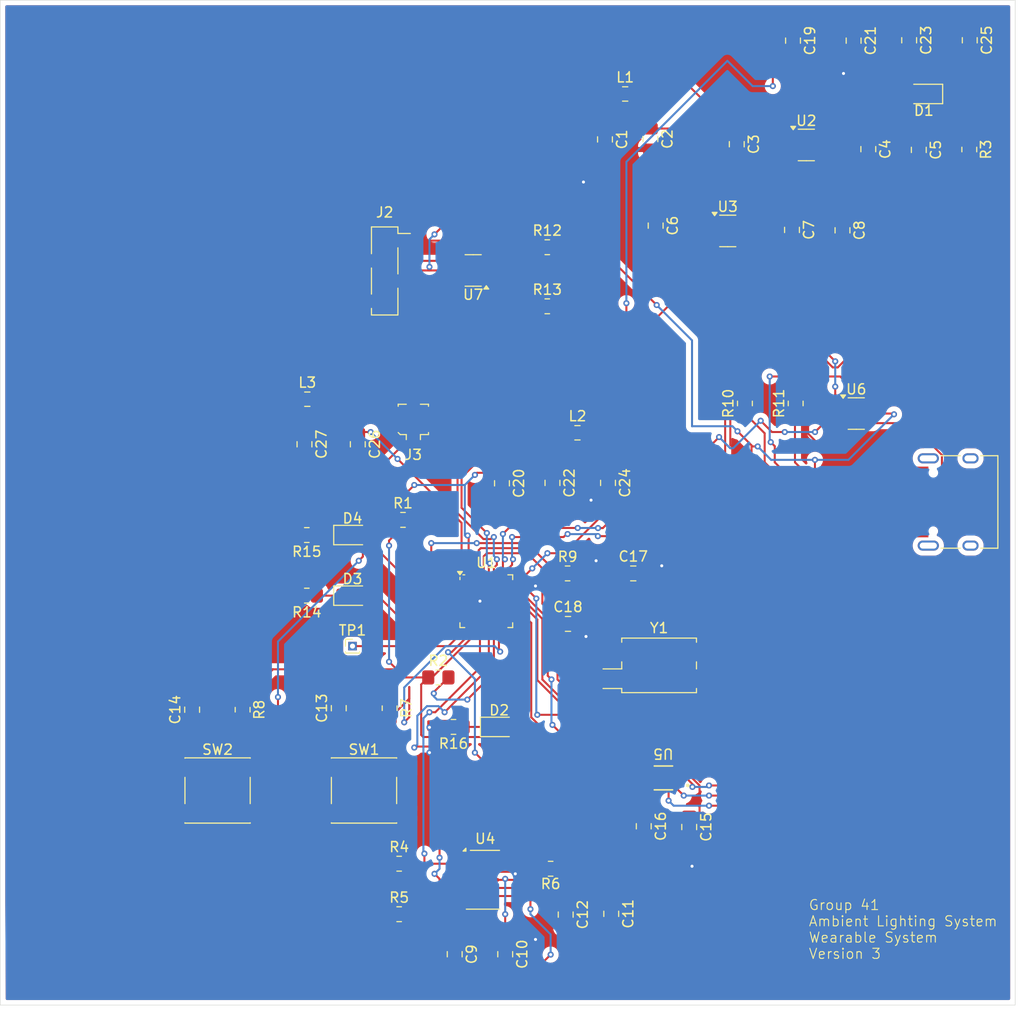
<source format=kicad_pcb>
(kicad_pcb (version 20240108) (generator "pcbnew") (generator_version "8.0")
  (layers (0 "F.Cu" signal) (31 "B.Cu" signal) (34 "B.Paste" user) (35 "F.Paste" user) (36 "B.SilkS" user "B.Silkscreen") (37 "F.SilkS" user "F.Silkscreen") (38 "B.Mask" user) (39 "F.Mask" user) (44 "Edge.Cuts" user))
  (net 0 "")
  (net 1 "GND")
  (net 2 "VBUS")
  (net 3 "/VDD_BUSF")
  (net 4 "Net-(U2-BP)")
  (net 5 "+3.3V")
  (net 6 "Net-(U3-BP)")
  (net 7 "+1V8")
  (net 8 "/BOOT")
  (net 9 "/CHIP_EN")
  (net 10 "/VDD_SPI")
  (net 11 "Net-(C17-Pad1)")
  (net 12 "/XTAL_N")
  (net 13 "/VDD_RF")
  (net 14 "/LNA_IN")
  (net 15 "Net-(J3-In)")
  (net 16 "Net-(D1-K)")
  (net 17 "/LED2")
  (net 18 "Net-(D2-K)")
  (net 19 "Net-(D3-K)")
  (net 20 "/LED1")
  (net 21 "Net-(D4-K)")
  (net 22 "Net-(J2-Pin_3)")
  (net 23 "Net-(J2-Pin_2)")
  (net 24 "Net-(U1-GPIO2)")
  (net 25 "Net-(U1-GPIO8)")
  (net 26 "/SCL")
  (net 27 "/SDA")
  (net 28 "/INT")
  (net 29 "/XTAL_P")
  (net 30 "Net-(J1-CC1)")
  (net 31 "Net-(J1-CC2)")
  (net 32 "/UART0_TX")
  (net 33 "Net-(R12-Pad1)")
  (net 34 "/UART0_RX")
  (net 35 "Net-(R13-Pad1)")
  (net 36 "/MTMS")
  (net 37 "/USB_D-")
  (net 39 "/SPI_HD")
  (net 40 "/SPI_D")
  (net 41 "/SPI_CS0")
  (net 42 "/SPI_CLK")
  (net 44 "/SPI_WP")
  (net 45 "/SPI_Q")
  (net 46 "/USB_D+")
  (net 53 "Net-(J1-D--PadA7)")
  (net 54 "Net-(J1-D+-PadA6)")
  (net 55 "Net-(Y1-Pad2)")
  (footprint "Capacitor_SMD:C_0805_2012Metric_Pad1.18x1.45mm_HandSolder" (layer "F.Cu") (at 43 89.75 90)
    (property "Reference" "C14")
    (property "Value" "100n")
  )
  (footprint "Capacitor_SMD:C_0805_2012Metric_Pad1.18x1.45mm_HandSolder" (layer "F.Cu") (at 69 113.9625 -90)
    (property "Reference" "C9")
    (property "Value" "100n")
  )
  (footprint "Capacitor_SMD:C_0805_2012Metric_Pad1.18x1.45mm_HandSolder" (layer "F.Cu") (at 88.89875 41.8175 -90)
    (property "Reference" "C6")
    (property "Value" "10u")
  )
  (footprint "Package_TO_SOT_SMD:SOT-23-5" (layer "F.Cu") (at 103.8175 33.83)
    (property "Reference" "U2")
    (property "Value" "SPX3819M5-L-3-3")
  )
  (footprint "Capacitor_SMD:C_0805_2012Metric_Pad1.18x1.45mm_HandSolder" (layer "F.Cu") (at 78.68 67.2925 -90)
    (property "Reference" "C22")
    (property "Value" "100n")
  )
  (footprint "Capacitor_SMD:C_0805_2012Metric_Pad1.18x1.45mm_HandSolder" (layer "F.Cu") (at 102.5 23.5 -90)
    (property "Reference" "C19")
    (property "Value" "10u")
  )
  (footprint "Resistor_SMD:R_0805_2012Metric_Pad1.20x1.40mm_HandSolder" (layer "F.Cu") (at 102.7625 59.425 90)
    (property "Reference" "R11")
    (property "Value" "5k1")
  )
  (footprint "LED_SMD:LED_0805_2012Metric_Pad1.15x1.40mm_HandSolder" (layer "F.Cu") (at 58.88 78.455)
    (property "Reference" "D3")
    (property "Value" "LED")
  )
  (footprint "Button_Switch_SMD:SW_SPST_PTS645" (layer "F.Cu") (at 45.52 97.75)
    (property "Reference" "SW2")
    (property "Value" "SW_Push")
  )
  (footprint "Crystal:Crystal_SMD_EuroQuartz_MQ-4Pin_7.0x5.0mm_HandSoldering" (layer "F.Cu") (at 89.24 85.36)
    (property "Reference" "Y1")
    (property "Value" "40Mhz")
  )
  (footprint "Capacitor_SMD:C_0805_2012Metric_Pad1.18x1.45mm_HandSolder" (layer "F.Cu") (at 84.5 109.9625 -90)
    (property "Reference" "C11")
    (property "Value" "1u")
  )
  (footprint "Capacitor_SMD:C_0805_2012Metric_Pad1.18x1.45mm_HandSolder" (layer "F.Cu") (at 59.405 63.4675 -90)
    (property "Reference" "C26")
    (property "Value" "3p3")
  )
  (footprint "Connector_Coaxial:U.FL_Molex_MCRF_73412-0110_Vertical" (layer "F.Cu") (at 64.905 61.005)
    (property "Reference" "J3")
    (property "Value" "Conn_Coaxial")
  )
  (footprint "OptoDevice:Maxim_OLGA-14_3.3x5.6mm_P0.8mm" (layer "F.Cu") (at 71.8 106.6)
    (property "Reference" "U4")
    (property "Value" "MAX30102")
  )
  (footprint "Capacitor_SMD:C_0805_2012Metric_Pad1.18x1.45mm_HandSolder" (layer "F.Cu") (at 57.52 89.6 90)
    (property "Reference" "C13")
    (property "Value" "100n")
  )
  (footprint "Resistor_SMD:R_0805_2012Metric_Pad1.20x1.40mm_HandSolder" (layer "F.Cu") (at 63.5 105)
    (property "Reference" "R4")
    (property "Value" "1k5")
  )
  (footprint "Resistor_SMD:R_0805_2012Metric_Pad1.20x1.40mm_HandSolder" (layer "F.Cu") (at 119.955 34.28 -90)
    (property "Reference" "R3")
    (property "Value" "1k")
  )
  (footprint "Package_TO_SOT_SMD:SOT-23-5" (layer "F.Cu") (at 96.03625 42.3425)
    (property "Reference" "U3")
    (property "Value" "SPX3819M5-L-1-8")
  )
  (footprint "Capacitor_SMD:C_0805_2012Metric_Pad1.18x1.45mm_HandSolder" (layer "F.Cu") (at 74 113.9625 -90)
    (property "Reference" "C10")
    (property "Value" "10u")
  )
  (footprint "Capacitor_SMD:C_0805_2012Metric_Pad1.18x1.45mm_HandSolder" (layer "F.Cu") (at 114.955 34.3175 -90)
    (property "Reference" "C5")
    (property "Value" "10u")
  )
  (footprint "Inductor_SMD:L_0805_2012Metric_Pad1.15x1.40mm_HandSolder" (layer "F.Cu") (at 85.88 28.78)
    (property "Reference" "L1")
    (property "Value" "2n2")
  )
  (footprint "LED_SMD:LED_0805_2012Metric_Pad1.15x1.40mm_HandSolder" (layer "F.Cu") (at 58.88 72.455)
    (property "Reference" "D4")
    (property "Value" "LED")
  )
  (footprint "Resistor_SMD:R_0805_2012Metric_Pad1.20x1.40mm_HandSolder" (layer "F.Cu") (at 54.355 72.455 180)
    (property "Reference" "R15")
    (property "Value" "1k")
  )
  (footprint "Capacitor_SMD:C_0805_2012Metric_Pad1.18x1.45mm_HandSolder" (layer "F.Cu") (at 96.93 33.755 -90)
    (property "Reference" "C3")
    (property "Value" "10u")
  )
  (footprint "Capacitor_SMD:C_0805_2012Metric_Pad1.18x1.45mm_HandSolder" (layer "F.Cu") (at 107.39875 42.28 -90)
    (property "Reference" "C8")
    (property "Value" "10u")
  )
  (footprint "Capacitor_SMD:C_0805_2012Metric_Pad1.18x1.45mm_HandSolder" (layer "F.Cu") (at 84.18 67.2925 -90)
    (property "Reference" "C24")
    (property "Value" "1u")
  )
  (footprint "Capacitor_SMD:C_0805_2012Metric_Pad1.18x1.45mm_HandSolder" (layer "F.Cu") (at 80.2175 81.255)
    (property "Reference" "C18")
    (property "Value" "10p")
  )
  (footprint "Resistor_SMD:R_0805_2012Metric_Pad1.20x1.40mm_HandSolder" (layer "F.Cu") (at 62.5575 89.6 -90)
    (property "Reference" "R7")
    (property "Value" "5k1")
  )
  (footprint "Capacitor_SMD:C_0805_2012Metric_Pad1.18x1.45mm_HandSolder" (layer "F.Cu") (at 86.68 76.255)
    (property "Reference" "C17")
    (property "Value" "10p")
  )
  (footprint "2M Flash:USON-8_UX_2x3x0p6_WIN" (layer "F.Cu") (at 89.6678 96.505001 180)
    (property "Reference" "U5")
    (property "Value" "W25Q16JVUXIQ TR")
  )
  (footprint "Capacitor_SMD:C_0805_2012Metric_Pad1.18x1.45mm_HandSolder" (layer "F.Cu") (at 92.22 101.3675 -90)
    (property "Reference" "C15")
    (property "Value" "10u")
  )
  (footprint "LED_SMD:LED_0805_2012Metric_Pad1.15x1.40mm_HandSolder" (layer "F.Cu") (at 73.405 91.455)
    (property "Reference" "D2")
    (property "Value" "LED")
  )
  (footprint "Resistor_SMD:R_0805_2012Metric_Pad1.20x1.40mm_HandSolder" (layer "F.Cu") (at 97.7375 59.425 90)
    (property "Reference" "R10")
    (property "Value" "5k1")
  )
  (footprint "Capacitor_SMD:C_0805_2012Metric_Pad1.18x1.45mm_HandSolder" (layer "F.Cu") (at 54.125 63.4675 -90)
    (property "Reference" "C27")
    (property "Value" "3p3")
  )
  (footprint "Package_TO_SOT_SMD:SOT-23-6" (layer "F.Cu") (at 70.83 46.255 180)
    (property "Reference" "U7")
    (property "Value" "USBLC6-2SC6")
  )
  (footprint "Resistor_SMD:R_0805_2012Metric_Pad1.20x1.40mm_HandSolder" (layer "F.Cu") (at 68.88 91.455 180)
    (property "Reference" "R16")
    (property "Value" "1k")
  )
  (footprint "Inductor_SMD:L_0805_2012Metric_Pad1.15x1.40mm_HandSolder" (layer "F.Cu") (at 54.405 59.005)
    (property "Reference" "L3")
    (property "Value" "2n2")
  )
  (footprint "Capacitor_SMD:C_0805_2012Metric_Pad1.18x1.45mm_HandSolder" (layer "F.Cu") (at 102.39875 42.2425 -90)
    (property "Reference" "C7")
    (property "Value" "100n")
  )
  (footprint "Capacitor_SMD:C_0805_2012Metric_Pad1.18x1.45mm_HandSolder" (layer "F.Cu") (at 79.99 110.0375 -90)
    (property "Reference" "C12")
    (property "Value" "100n")
  )
  (footprint "Capacitor_SMD:C_0805_2012Metric_Pad1.18x1.45mm_HandSolder" (layer "F.Cu") (at 109.955 34.2425 -90)
    (property "Reference" "C4")
    (property "Value" "100n")
  )
  (footprint "Capacitor_SMD:C_0805_2012Metric_Pad1.18x1.45mm_HandSolder" (layer "F.Cu") (at 73.68 67.33 -90)
    (property "Reference" "C20")
    (property "Value" "10u")
  )
  (footprint "Button_Switch_SMD:SW_SPST_PTS645" (layer "F.Cu") (at 60.02 97.75)
    (property "Reference" "SW1")
    (property "Value" "SW_Push")
  )
  (footprint "Connector_PinHeader_1.00mm:PinHeader_1x01_P1.00mm_Vertical" (layer "F.Cu") (at 58.88 83.455)
    (property "Reference" "TP1")
    (property "Value" "TestPoint")
  )
  (footprint "Capacitor_SMD:C_0805_2012Metric_Pad1.18x1.45mm_HandSolder" (layer "F.Cu") (at 88.38 33.2425 -90)
    (property "Reference" "C2")
    (property "Value" "100n")
  )
  (footprint "Package_DFN_QFN:QFN-32-1EP_5x5mm_P0.5mm_EP3.7x3.7mm" (layer "F.Cu") (at 72.13 79.005)
    (property "Reference" "U1")
    (property "Value" "ESP32-C3")
  )
  (footprint "Resistor_SMD:R_0805_2012Metric_Pad1.20x1.40mm_HandSolder" (layer "F.Cu") (at 78.5 105.5 180)
    (property "Reference" "R6")
    (property "Value" "1k5")
  )
  (footprint "Resistor_SMD:R_0805_2012Metric_Pad1.20x1.40mm_HandSolder" (layer "F.Cu") (at 80.18 76.255)
    (property "Reference" "R9")
    (property "Value" "22R")
  )
  (footprint "Package_TO_SOT_SMD:SOT-23-6" (layer "F.Cu") (at 108.7625 60.425)
    (property "Reference" "U6")
    (property "Value" "USBLC6-2SC6")
  )
  (footprint "Capacitor_SMD:C_0805_2012Metric_Pad1.18x1.45mm_HandSolder" (layer "F.Cu") (at 83.88 33.28 -90)
    (property "Reference" "C1")
    (property "Value" "100n")
  )
  (footprint "Capacitor_SMD:C_0805_2012Metric_Pad1.18x1.45mm_HandSolder" (layer "F.Cu") (at 120 23.4625 -90)
    (property "Reference" "C25")
    (property "Value" "100n")
  )
  (footprint "Capacitor_SMD:C_0805_2012Metric_Pad1.18x1.45mm_HandSolder" (layer "F.Cu") (at 87.72 101.2925 -90)
    (property "Reference" "C16")
    (property "Value" "100n")
  )
  (footprint "Resistor_SMD:R_0805_2012Metric_Pad1.20x1.40mm_HandSolder" (layer "F.Cu") (at 63.5 110)
    (property "Reference" "R5")
    (property "Value" "1k5")
  )
  (footprint "Resistor_SMD:R_0805_2012Metric_Pad1.20x1.40mm_HandSolder" (layer "F.Cu") (at 78.1675 43.955)
    (property "Reference" "R12")
    (property "Value" "470R")
  )
  (footprint "Inductor_SMD:L_0805_2012Metric_Pad1.15x1.40mm_HandSolder" (layer "F.Cu") (at 81.155 62.33)
    (property "Reference" "L2")
    (property "Value" "2n")
  )
  (footprint "Capacitor_SMD:C_0805_2012Metric_Pad1.18x1.45mm_HandSolder" (layer "F.Cu") (at 108.5 23.5 -90)
    (property "Reference" "C21")
    (property "Value" "100n")
  )
  (footprint "Connector_PinSocket_2.00mm:PinSocket_1x04_P2.00mm_Vertical_SMD_Pin1Right" (layer "F.Cu") (at 62.0675 46.305)
    (property "Reference" "J2")
    (property "Value" "Conn_01x04_Pin")
  )
  (footprint "LED_SMD:LED_0805_2012Metric_Pad1.15x1.40mm_HandSolder" (layer "F.Cu") (at 115.455 28.78 180)
    (property "Reference" "D1")
    (property "Value" "LED")
  )
  (footprint "Resistor_SMD:R_0805_2012Metric_Pad1.20x1.40mm_HandSolder" (layer "F.Cu") (at 48 89.75 -90)
    (property "Reference" "R8")
    (property "Value" "5k1")
  )
  (footprint "Capacitor_SMD:C_0805_2012Metric_Pad1.18x1.45mm_HandSolder" (layer "F.Cu") (at 114 23.4625 -90)
    (property "Reference" "C23")
    (property "Value" "100n")
  )
  (footprint "Resistor_SMD:R_0805_2012Metric_Pad1.20x1.40mm_HandSolder" (layer "F.Cu") (at 54.355 78.455 180)
    (property "Reference" "R14")
    (property "Value" "1k")
  )
  (footprint "Connector_USB:USB_C_Receptacle_XKB_U262-16XN-4BVC11" (layer "F.Cu") (at 119 69.18 90)
    (property "Reference" "J1" (hide yes))
    (property "Value" "USB_C_Receptacle_USB2.0_16P")
  )
  (footprint "Resistor_SMD:R_0805_2012Metric_Pad1.20x1.40mm_HandSolder" (layer "F.Cu") (at 67.38 86.555)
    (property "Reference" "R2")
    (property "Value" "5k1")
  )
  (footprint "Resistor_SMD:R_0805_2012Metric_Pad1.20x1.40mm_HandSolder" (layer "F.Cu") (at 63.88 70.955)
    (property "Reference" "R1")
    (property "Value" "5k1")
  )
  (footprint "Resistor_SMD:R_0805_2012Metric_Pad1.20x1.40mm_HandSolder" (layer "F.Cu") (at 78.1675 49.805)
    (property "Reference" "R13")
    (property "Value" "470R")
  )
  (gr_rect (start 24 19.5) (end 124.5 119) (stroke (width 0.05)) (fill none) (layer "Edge.Cuts"))
  (gr_text "Group 41\nAmbient Lighting System\nWearable System\nVersion 3" (at 104 114.5 0) (layer "F.SilkS") (effects (font (size 1 1) (thickness 0.1)) (justify left bottom)))
  (segment (start 102.5 24.5375) (end 105.2875 24.5375) (width 0.2) (layer "F.Cu") (net 1))
  (segment (start 92.22 102.405) (end 93.245 101.38) (width 0.2) (layer "F.Cu") (net 1))
  (segment (start 52.8075 96.5) (end 52.8075 96.7675) (width 0.2) (layer "F.Cu") (net 1))
  (segment (start 107.406471 65.83) (end 103.9925 62.416029) (width 0.2) (layer "F.Cu") (net 1))
  (segment (start 96.291129 63.528629) (end 97.47125 64.70875) (width 0.2) (layer "F.Cu") (net 1))
  (segment (start 102.5375 24.5375) (end 108.5 24.5375) (width 0.2) (layer "F.Cu") (net 1))
  (segment (start 96.291129 59.871371) (end 96.291129 63.528629) (width 0.2) (layer "F.Cu") (net 1))
  (segment (start 52.8075 90.6) (end 52.8075 96.5) (width 0.2) (layer "F.Cu") (net 1))
  (segment (start 78.68 68.33) (end 84.18 68.33) (width 0.2) (layer "F.Cu") (net 1))
  (segment (start 66.5 91.5) (end 67.835 91.5) (width 0.2) (layer "F.Cu") (net 1))
  (segment (start 97.8925 33.83) (end 102.68 33.83) (width 0.2) (layer "F.Cu") (net 1))
  (segment (start 104.7625 60.425) (end 104.6425 60.305) (width 0.2) (layer "F.Cu") (net 1))
  (segment (start 103.9925 62.416029) (end 103.9925 60.955) (width 0.2) (layer "F.Cu") (net 1))
  (segment (start 79.99 111.075) (end 84.425 111.075) (width 0.2) (layer "F.Cu") (net 1))
  (segment (start 57.52 88.5625) (end 54.845 88.5625) (width 0.2) (layer "F.Cu") (net 1))
  (segment (start 38.5 91.5) (end 38.5 96.96) (width 0.2) (layer "F.Cu") (net 1))
  (segment (start 91.1156 95.755) (end 90.417801 95.755) (width 0.2) (layer "F.Cu") (net 1))
  (segment (start 108.5 24.5375) (end 113.9625 24.5375) (width 0.2) (layer "F.Cu") (net 1))
  (segment (start 115.33 65.83) (end 107.406471 65.83) (width 0.2) (layer "F.Cu") (net 1))
  (segment (start 64 100) (end 66.5 97.5) (width 0.2) (layer "F.Cu") (net 1))
  (segment (start 107.625 60.425) (end 104.7625 60.425) (width 0.2) (layer "F.Cu") (net 1))
  (segment (start 71.005 45.645552) (end 71.614448 46.255) (width 0.2) (layer "F.Cu") (net 1))
  (segment (start 93.245 101.38) (end 93.245 97.251001) (width 0.2) (layer "F.Cu") (net 1))
  (segment (start 69 115) (end 74 115) (width 0.2) (layer "F.Cu") (net 1))
  (segment (start 114 24.5) (end 120 24.5) (width 0.2) (layer "F.Cu") (net 1))
  (segment (start 93.245 97.251001) (end 91.748999 95.755) (width 0.2) (layer "F.Cu") (net 1))
  (segment (start 52.8075 96.7675) (end 56.04 100) (width 0.2) (layer "F.Cu") (net 1))
  (segment (start 97.47125 64.899435) (end 104.801815 72.23) (width 0.2) (layer "F.Cu") (net 1))
  (segment (start 63.43 61.005) (end 64.905 59.53) (width 0.2) (layer "F.Cu") (net 1))
  (segment (start 74.5 115) (end 78.425 111.075) (width 0.2) (layer "F.Cu") (net 1))
  (segment (start 67.975 108.025) (end 69.4 106.6) (width 0.2) (layer "F.Cu") (net 1))
  (segment (start 97.47125 64.70875) (end 97.47125 64.899435) (width 0.2) (layer "F.Cu") (net 1))
  (segment (start 90.417801 95.755) (end 89.6678 96.505001) (width 0.2) (layer "F.Cu") (net 1))
  (segment (start 56.04 100) (end 64 100) (width 0.2) (layer "F.Cu") (net 1))
  (segment (start 66.5 97.5) (end 66.5 94) (width 0.2) (layer "F.Cu") (net 1))
  (segment (start 54.845 88.5625) (end 52.8075 90.6) (width 0.2) (layer "F.Cu") (net 1))
  (segment (start 102.7625 58.425) (end 97.7375 58.425) (width 0.2) (layer "F.Cu") (net 1))
  (segment (start 105.2875 24.5375) (end 107.5 26.75) (width 0.2) (layer "F.Cu") (net 1))
  (segment (start 67.975 113.975) (end 67.975 108.025) (width 0.2) (layer "F.Cu") (net 1))
  (segment (start 91.748999 95.755) (end 91.1156 95.755) (width 0.2) (layer "F.Cu") (net 1))
  (segment (start 96.93 34.7925) (end 97.8925 33.83) (width 0.2) (layer "F.Cu") (net 1))
  (segment (start 69.4 106.6) (end 70.6 106.6) (width 0.2) (layer "F.Cu") (net 1))
  (segment (start 43 88.7125) (end 41.2875 88.7125) (width 0.2) (layer "F.Cu") (net 1))
  (segment (start 73 105.8) (end 74.8 105.8) (width 0.2) (layer "F.Cu") (net 1))
  (segment (start 104.801815 72.23) (end 115.33 72.23) (width 0.2) (layer "F.Cu") (net 1))
  (segment (start 104.6425 60.305) (end 103.9925 60.955) (width 0.2) (layer "F.Cu") (net 1))
  (segment (start 41.2875 88.7125) (end 38.5 91.5) (width 0.2) (layer "F.Cu") (net 1))
  (segment (start 59.93 64.505) (end 63.43 61.005) (width 0.2) (layer "F.Cu") (net 1))
  (segment (start 38.5 96.96) (end 41.54 100) (width 0.2) (layer "F.Cu") (net 1))
  (segment (start 69.345552 43.305) (end 71.005 44.964448) (width 0.2) (layer "F.Cu") (net 1))
  (segment (start 49.5 99.8075) (end 52.8075 96.5) (width 0.2) (layer "F.Cu") (net 1))
  (segment (start 41.54 100) (end 49.5 100) (width 0.2) (layer "F.Cu") (net 1))
  (segment (start 66.405 61.005) (end 64.905 59.505) (width 0.2) (layer "F.Cu") (net 1))
  (segment (start 54.125 64.505) (end 59.405 64.505) (width 0.2) (layer "F.Cu") (net 1))
  (segment (start 73.68 68.3675) (end 78.6425 68.3675) (width 0.2) (layer "F.Cu") (net 1))
  (segment (start 92.22 102.405) (end 87.795 102.405) (width 0.2) (layer "F.Cu") (net 1))
  (segment (start 69 115) (end 67.975 113.975) (width 0.2) (layer "F.Cu") (net 1))
  (segment (start 88.38 34.28) (end 83.9175 34.28) (width 0.2) (layer "F.Cu") (net 1))
  (segment (start 104.6425 60.305) (end 102.7625 58.425) (width 0.2) (layer "F.Cu") (net 1))
  (segment (start 97.7375 58.425) (end 96.291129 59.871371) (width 0.2) (layer "F.Cu") (net 1))
  (segment (start 74.8 105.8) (end 75 106) (width 0.2) (layer "F.Cu") (net 1))
  (segment (start 71.005 44.964448) (end 71.005 45.645552) (width 0.2) (layer "F.Cu") (net 1))
  (segment (start 97.47125 64.70875) (end 97.5925 64.83) (width 0.2) (layer "F.Cu") (net 1))
  (segment (start 63.6675 43.305) (end 69.345552 43.305) (width 0.2) (layer "F.Cu") (net 1))
  (segment (start 78.425 111.075) (end 79.99 111.075) (width 0.2) (layer "F.Cu") (net 1))
  (via (at 107.5 26.75) (size 0.6) (drill 0.3) (layers "F.Cu" "B.Cu") (net 1))
  (via (at 89.5 75.5) (size 0.6) (drill 0.3) (layers "F.Cu" "B.Cu") (net 1))
  (via (at 81.75 37.5) (size 0.6) (drill 0.3) (layers "F.Cu" "B.Cu") (net 1))
  (via (at 75 106) (size 0.6) (drill 0.3) (layers "F.Cu" "B.Cu") (net 1))
  (via (at 66.5 91.5) (size 0.6) (drill 0.3) (layers "F.Cu" "B.Cu") (net 1))
  (via (at 71.5 79) (size 0.6) (drill 0.3) (layers "F.Cu" "B.Cu") (net 1))
  (via (at 66.5 94) (size 0.6) (drill 0.3) (layers "F.Cu" "B.Cu") (net 1))
  (via (at 82 82.5) (size 0.6) (drill 0.3) (layers "F.Cu" "B.Cu") (net 1))
  (via (at 77 112.5) (size 0.6) (drill 0.3) (layers "F.Cu" "B.Cu") (net 1))
  (via (at 77 77.5) (size 0.6) (drill 0.3) (layers "F.Cu" "B.Cu") (net 1))
  (via (at 82.5 69) (size 0.6) (drill 0.3) (layers "F.Cu" "B.Cu") (net 1))
  (via (at 83 75) (size 0.6) (drill 0.3) (layers "F.Cu" "B.Cu") (net 1))
  (via (at 92.5 105.25) (size 0.6) (drill 0.3) (layers "F.Cu" "B.Cu") (net 1))
  (segment (start 75 110.5) (end 77 112.5) (width 0.2) (layer "B.Cu") (net 1))
  (segment (start 66.5 94) (end 66.5 91.5) (width 0.2) (layer "B.Cu") (net 1))
  (segment (start 75 106) (end 75 110.5) (width 0.2) (layer "B.Cu") (net 1))
  (segment (start 114.115686 66.63) (end 113.532843 67.212843) (width 0.2) (layer "F.Cu") (net 2))
  (segment (start 115.33 66.63) (end 114.115686 66.63) (width 0.2) (layer "F.Cu") (net 2))
  (segment (start 76 37.5) (end 76.82 37.5) (width 0.2) (layer "F.Cu") (net 2))
  (segment (start 98.3925 65.18) (end 104.9425 71.73) (width 0.2) (layer "F.Cu") (net 2))
  (segment (start 83.88 29.755) (end 84.855 28.78) (width 0.2) (layer "F.Cu") (net 2))
  (segment (start 76.82 37.5) (end 89 49.68) (width 0.2) (layer "F.Cu") (net 2))
  (segment (start 112.425 60.425) (end 112.5 60.5) (width 0.2) (layer "F.Cu") (net 2))
  (segment (start 104.670515 66.4987) (end 104.670515 65.009485) (width 0.2) (layer "F.Cu") (net 2))
  (segment (start 82.855 30.78) (end 82.72 30.78) (width 0.2) (layer "F.Cu") (net 2))
  (segment (start 113.532843 67.212843) (end 105.384658 67.212843) (width 0.2) (layer "F.Cu") (net 2))
  (segment (start 83.88 32.2425) (end 83.88 29.755) (width 0.2) (layer "F.Cu") (net 2))
  (segment (start 105.384658 67.212843) (end 104.670515 66.4987) (width 0.2) (layer "F.Cu") (net 2))
  (segment (start 98.3925 63.68) (end 98.3925 63.5725) (width 0.2) (layer "F.Cu") (net 2))
  (segment (start 104.9425 71.73) (end 115.33 71.73) (width 0.2) (layer "F.Cu") (net 2))
  (segment (start 109.9 60.425) (end 112.425 60.425) (width 0.2) (layer "F.Cu") (net 2))
  (segment (start 98.3925 63.68) (end 99 63.68) (width 0.2) (layer "F.Cu") (net 2))
  (segment (start 98.3925 63.5725) (end 97 62.18) (width 0.2) (layer "F.Cu") (net 2))
  (segment (start 98.3925 65.18) (end 98.3925 63.68) (width 0.2) (layer "F.Cu") (net 2))
  (segment (start 82.72 30.78) (end 76 37.5) (width 0.2) (layer "F.Cu") (net 2))
  (segment (start 84.855 28.78) (end 82.855 30.78) (width 0.2) (layer "F.Cu") (net 2))
  (via (at 97 62.18) (size 0.6) (drill 0.3) (layers "F.Cu" "B.Cu") (net 2))
  (via (at 112.5 60.5) (size 0.6) (drill 0.3) (layers "F.Cu" "B.Cu") (net 2))
  (via (at 99 63.68) (size 0.6) (drill 0.3) (layers "F.Cu" "B.Cu") (net 2))
  (via (at 104.670515 65.009485) (size 0.6) (drill 0.3) (layers "F.Cu" "B.Cu") (net 2))
  (via (at 89 49.68) (size 0.6) (drill 0.3) (layers "F.Cu" "B.Cu") (net 2))
  (segment (start 112.5 60.5) (end 107.990515 65.009485) (width 0.2) (layer "B.Cu") (net 2))
  (segment (start 99 63.68) (end 100.329485 65.009485) (width 0.2) (layer "B.Cu") (net 2))
  (segment (start 100.329485 65.009485) (end 104.670515 65.009485) (width 0.2) (layer "B.Cu") (net 2))
  (segment (start 89 49.68) (end 92.5 53.18) (width 0.2) (layer "B.Cu") (net 2))
  (segment (start 96.5 61.68) (end 97 62.18) (width 0.2) (layer "B.Cu") (net 2))
  (segment (start 92.5 61.68) (end 96.5 61.68) (width 0.2) (layer "B.Cu") (net 2))
  (segment (start 107.990515 65.009485) (end 104.670515 65.009485) (width 0.2) (layer "B.Cu") (net 2))
  (segment (start 92.5 53.18) (end 92.5 61.68) (width 0.2) (layer "B.Cu") (net 2))
  (segment (start 103.48 32.88) (end 102.68 32.88) (width 0.2) (layer "F.Cu") (net 3))
  (segment (start 96.93 32.7175) (end 102.5175 32.7175) (width 0.2) (layer "F.Cu") (net 3))
  (segment (start 103.88 33.28) (end 103.48 32.88) (width 0.2) (layer "F.Cu") (net 3))
  (segment (start 62.6675 46.255) (end 66.5 46.255) (width 0.2) (layer "F.Cu") (net 3))
  (segment (start 88.38 30.255) (end 86.905 28.78) (width 0.2) (layer "F.Cu") (net 3))
  (segment (start 66.5 46.255) (end 69.6925 46.255) (width 0.2) (layer "F.Cu") (net 3))
  (segment (start 60.4675 48.455) (end 62.6675 46.255) (width 0.2) (layer "F.Cu") (net 3))
  (segment (start 95.86125 41.692501) (end 95.561249 41.3925) (width 0.2) (layer "F.Cu") (net 3))
  (segment (start 66.5 45.905) (end 66.5 46.255) (width 0.2) (layer "F.Cu") (net 3))
  (segment (start 92.305 32.205) (end 92.88 32.78) (width 0.2) (layer "F.Cu") (net 3))
  (segment (start 103.88 34.242499) (end 103.88 33.28) (width 0.2) (layer "F.Cu") (net 3))
  (segment (start 94.28625 40.78) (end 94.89875 41.3925) (width 0.2) (layer "F.Cu") (net 3))
  (segment (start 95.561249 41.3925) (end 94.89875 41.3925) (width 0.2) (layer "F.Cu") (net 3))
  (segment (start 93.38 32.78) (end 93.4425 32.7175) (width 0.2) (layer "F.Cu") (net 3))
  (segment (start 88.89875 40.78) (end 88.89875 36.76125) (width 0.2) (layer "F.Cu") (net 3))
  (segment (start 60.4675 49.305) (end 60.4675 48.455) (width 0.2) (layer "F.Cu") (net 3))
  (segment (start 95.86125 42.992499) (end 95.86125 41.692501) (width 0.2) (layer "F.Cu") (net 3))
  (segment (start 88.38 32.205) (end 88.38 30.255) (width 0.2) (layer "F.Cu") (net 3))
  (segment (start 102.68 34.78) (end 103.342499 34.78) (width 0.2) (layer "F.Cu") (net 3))
  (segment (start 94.89875 43.2925) (end 95.561249 43.2925) (width 0.2) (layer "F.Cu") (net 3))
  (segment (start 93.4425 32.7175) (end 96.93 32.7175) (width 0.2) (layer "F.Cu") (net 3))
  (segment (start 103.342499 34.78) (end 103.88 34.242499) (width 0.2) (layer "F.Cu") (net 3))
  (segment (start 88.38 32.205) (end 92.305 32.205) (width 0.2) (layer "F.Cu") (net 3))
  (segment (start 92.88 32.78) (end 93.38 32.78) (width 0.2) (layer "F.Cu") (net 3))
  (segment (start 88.89875 40.78) (end 94.28625 40.78) (width 0.2) (layer "F.Cu") (net 3))
  (segment (start 81.9 27.78) (end 67 42.68) (width 0.2) (layer "F.Cu") (net 3))
  (segment (start 95.561249 43.2925) (end 95.86125 42.992499) (width 0.2) (layer "F.Cu") (net 3))
  (segment (start 91.9925 27.78) (end 81.9 27.78) (width 0.2) (layer "F.Cu") (net 3))
  (segment (start 88.89875 36.76125) (end 92.88 32.78) (width 0.2) (layer "F.Cu") (net 3))
  (segment (start 96.93 32.7175) (end 91.9925 27.78) (width 0.2) (layer "F.Cu") (net 3))
  (via (at 67 42.68) (size 0.6) (drill 0.3) (layers "F.Cu" "B.Cu") (net 3))
  (via (at 66.5 45.905) (size 0.6) (drill 0.3) (layers "F.Cu" "B.Cu") (net 3))
  (segment (start 66.5 43.18) (end 66.5 45.905) (width 0.2) (layer "B.Cu") (net 3))
  (segment (start 67 42.68) (end 66.5 43.18) (width 0.2) (layer "B.Cu") (net 3))
  (segment (start 109.955 33.205) (end 106.53 33.205) (width 0.2) (layer "F.Cu") (net 4))
  (segment (start 106.53 33.205) (end 104.955 34.78) (width 0.2) (layer "F.Cu") (net 4))
  (segment (start 75.305 81.48) (end 75.305 92.139744) (width 0.2) (layer "F.Cu") (net 5))
  (segment (start 79.99 109) (end 84.425 109) (width 0.2) (layer "F.Cu") (net 5))
  (segment (start 76.1675 66.2925) (end 78.68 63.78) (width 0.2) (layer "F.Cu") (net 5))
  (segment (start 62.5575 86.4425) (end 63.25 85.75) (width 0.2) (layer "F.Cu") (net 5))
  (segment (start 48 88.75) (end 51 85.75) (width 0.2) (layer "F.Cu") (net 5))
  (segment (start 76.5 108.7) (end 77 108.2) (width 0.2) (layer "F.Cu") (net 5))
  (segment (start 70.28 72.5) (end 70.38 72.6) (width 0.2) (layer "F.Cu") (net 5))
  (segment (start 108.5 22.4625) (end 113.9625 22.4625) (width 0.2) (layer "F.Cu") (net 5))
  (segment (start 62.5 110.5) (end 67.8875 115.8875) (width 0.2) (layer "F.Cu") (net 5))
  (segment (start 73.68 66.2925) (end 76.1675 66.2925) (width 0.2) (layer "F.Cu") (net 5))
  (segment (start 79.99 108.99) (end 79.5 108.5) (width 0.2) (layer "F.Cu") (net 5))
  (segment (start 37.5 97.985) (end 37.5 91.934314) (width 0.2) (layer "F.Cu") (net 5))
  (segment (start 78.68 63.78) (end 80.13 62.33) (width 0.2) (layer "F.Cu") (net 5))
  (segment (start 97.5 24) (end 100.5 27) (width 0.2) (layer "F.Cu") (net 5))
  (segment (start 102.5 22.4625) (end 99.0375 22.4625) (width 0.2) (layer "F.Cu") (net 5))
  (segment (start 71.2075 66.2925) (end 73.68 66.2925) (width 0.2) (layer "F.Cu") (net 5))
  (segment (start 65.68 87.255) (end 66.38 86.555) (width 0.2) (layer "F.Cu") (net 5))
  (segment (start 65.88 92.455) (end 65.68 92.255) (width 0.2) (layer "F.Cu") (net 5))
  (segment (start 70.38 72.6) (end 70.38 75) (width 0.2) (layer "F.Cu") (net 5))
  (segment (start 86 56.46) (end 86 49.5) (width 0.2) (layer "F.Cu") (net 5))
  (segment (start 121.025 23.45) (end 120 22.425) (width 0.2) (layer "F.Cu") (net 5))
  (segment (start 43.684314 85.75) (end 51 85.75) (width 0.2) (layer "F.Cu") (net 5))
  (segment (start 62.5 73) (end 62.88 72.62) (width 0.2) (layer "F.Cu") (net 5))
  (segment (start 121.025 25.072244) (end 121.025 23.45) (width 0.2) (layer "F.Cu") (net 5))
  (segment (start 71.38 81.935072) (end 66.760072 86.555) (width 0.2) (layer "F.Cu") (net 5))
  (segment (start 114.43 28.78) (end 114.43 31.18) (width 0.2) (layer "F.Cu") (net 5))
  (segment (start 79.19 108.2) (end 79.99 109) (width 0.2) (layer "F.Cu") (net 5))
  (segment (start 62.5 110) (end 62.5 109) (width 0.2) (layer "F.Cu") (net 5))
  (segment (start 66.694386 86.555) (end 64.055 86.555) (width 0.2) (layer "F.Cu") (net 5))
  (segment (start 70.88 75.5) (end 70.38 75) (width 0.2) (layer "F.Cu") (net 5))
  (segment (start 70.88 76.555) (end 70.88 75.5) (width 0.2) (layer "F.Cu") (net 5))
  (segment (start 58.5 105) (end 44.515 105) (width 0.2) (layer "F.Cu") (net 5))
  (segment (start 62.5575 88.6) (end 62.5575 86.4425) (width 0.2) (layer "F.Cu") (net 5))
  (segment (start 77 108.2) (end 79.19 108.2) (width 0.2) (layer "F.Cu") (net 5))
  (segment (start 76.5 109.5) (end 76.5 108.7) (width 0.2) (layer "F.Cu") (net 5))
  (segment (start 71.38 81.455) (end 71.38 81.935072) (width 0.2) (layer "F.Cu") (net 5))
  (segment (start 62.88 70.955) (end 63.88 69.955) (width 0.2) (layer "F.Cu") (net 5))
  (segment (start 44.515 105) (end 37.5 97.985) (width 0.2) (layer "F.Cu") (net 5))
  (segment (start 63.25 85.75) (end 62.5 85) (width 0.2) (layer "F.Cu") (net 5))
  (segment (start 62.5 109) (end 58.5 105) (width 0.2) (layer "F.Cu") (net 5))
  (segment (start 80.13 62.33) (end 86 56.46) (width 0.2) (layer "F.Cu") (net 5))
  (segment (start 71 66.5) (end 71.2075 66.2925) (width 0.2) (layer "F.Cu") (net 5))
  (segment (start 76.6125 115.8875) (end 78.5 114) (width 0.2) (layer "F.Cu") (net 5))
  (segment (start 114.43 32.755) (end 114.955 33.28) (width 0.2) (layer "F.Cu") (net 5))
  (segment (start 117.8225 25.3875) (end 120.709744 25.3875) (width 0.2) (layer "F.Cu") (net 5))
  (segment (start 73 108.2) (end 77 108.2) (width 0.2) (layer "F.Cu") (net 5))
  (segment (start 104.955 32.88) (end 106.655 31.18) (width 0.2) (layer "F.Cu") (net 5))
  (segment (start 75.305 92.139744) (end 74.989744 92.455) (width 0.2) (layer "F.Cu") (net 5))
  (segment (start 114.43 28.78) (end 117.8225 25.3875) (width 0.2) (layer "F.Cu") (net 5))
  (segment (start 78.68 66.255) (end 78.68 63.78) (width 0.2) (layer "F.Cu") (net 5))
  (segment (start 62.88 72.62) (end 62.88 70.955) (width 0.2) (layer "F.Cu") (net 5))
  (segment (start 62.5 105) (end 58.5 105) (width 0.2) (layer "F.Cu") (net 5))
  (segment (start 63.88 69.955) (end 63.88 68.62) (width 0.2) (layer "F.Cu") (net 5))
  (segment (start 62.5 73.5) (end 62.5 73) (width 0.2) (layer "F.Cu") (net 5))
  (segment (start 74.58 80.755) (end 75.305 81.48) (width 0.2) (layer "F.Cu") (net 5))
  (segment (start 78.39 107.4) (end 79.99 109) (width 0.2) (layer "F.Cu") (net 5))
  (segment (start 100.5 27) (end 100.5 28) (width 0.2) (layer "F.Cu") (net 5))
  (segment (start 74.989744 92.455) (end 65.88 92.455) (width 0.2) (layer "F.Cu") (net 5))
  (segment (start 73 107.4) (end 78.39 107.4) (width 0.2) (layer "F.Cu") (net 5))
  (segment (start 106.655 31.18) (end 114.43 31.18) (width 0.2) (layer "F.Cu") (net 5))
  (segment (start 67.8875 115.8875) (end 76.6125 115.8875) (width 0.2) (layer "F.Cu") (net 5))
  (segment (start 51 85.75) (end 63.25 85.75) (width 0.2) (layer "F.Cu") (net 5))
  (segment (start 120.709744 25.3875) (end 121.025 25.072244) (width 0.2) (layer "F.Cu") (net 5))
  (segment (start 79.5 108.5) (end 79.5 105.5) (width 0.2) (layer "F.Cu") (net 5))
  (segment (start 70.38 75) (end 70.38 76.555) (width 0.2) (layer "F.Cu") (net 5))
  (segment (start 64.055 86.555) (end 63.25 85.75) (width 0.2) (layer "F.Cu") (net 5))
  (segment (start 99.0375 22.4625) (end 97.5 24) (width 0.2) (layer "F.Cu") (net 5))
  (segment (start 114.43 31.18) (end 114.43 32.755) (width 0.2) (layer "F.Cu") (net 5))
  (segment (start 63.88 68.62) (end 65 67.5) (width 0.2) (layer "F.Cu") (net 5))
  (segment (start 102.5 22.4625) (end 108.5 22.4625) (width 0.2) (layer "F.Cu") (net 5))
  (segment (start 37.5 91.934314) (end 43.684314 85.75) (width 0.2) (layer "F.Cu") (net 5))
  (segment (start 114 22.425) (end 120 22.425) (width 0.2) (layer "F.Cu") (net 5))
  (segment (start 65.68 92.255) (end 65.68 87.255) (width 0.2) (layer "F.Cu") (net 5))
  (via (at 71 66.5) (size 0.6) (drill 0.3) (layers "F.Cu" "B.Cu") (net 5))
  (via (at 62.5 73.5) (size 0.6) (drill 0.3) (layers "F.Cu" "B.Cu") (net 5))
  (via (at 86 49.5) (size 0.6) (drill 0.3) (layers "F.Cu" "B.Cu") (net 5))
  (via (at 78.5 114) (size 0.6) (drill 0.3) (layers "F.Cu" "B.Cu") (net 5))
  (via (at 100.5 28) (size 0.6) (drill 0.3) (layers "F.Cu" "B.Cu") (net 5))
  (via (at 70.28 72.5) (size 0.6) (drill 0.3) (layers "F.Cu" "B.Cu") (net 5))
  (via (at 62.5 85) (size 0.6) (drill 0.3) (layers "F.Cu" "B.Cu") (net 5))
  (via (at 65 67.5) (size 0.6) (drill 0.3) (layers "F.Cu" "B.Cu") (net 5))
  (via (at 76.5 109.5) (size 0.6) (drill 0.3) (layers "F.Cu" "B.Cu") (net 5))
  (segment (start 76.5 110) (end 78.5 112) (width 0.2) (layer "B.Cu") (net 5))
  (segment (start 70 67.5) (end 70 72.5) (width 0.2) (layer "B.Cu") (net 5))
  (segment (start 86 35.5) (end 96 25.5) (width 0.2) (layer "B.Cu") (net 5))
  (segment (start 86 49.5) (end 86 35.5) (width 0.2) (layer "B.Cu") (net 5))
  (segment (start 62.5 85) (end 62.5 73.5) (width 0.2) (layer "B.Cu") (net 5))
  (segment (start 100.5 28) (end 98.5 28) (width 0.2) (layer "B.Cu") (net 5))
  (segment (start 98.5 28) (end 96 25.5) (width 0.2) (layer "B.Cu") (net 5))
  (segment (start 65 67.5) (end 70 67.5) (width 0.2) (layer "B.Cu") (net 5))
  (segment (start 70 67.5) (end 71 66.5) (width 0.2) (layer "B.Cu") (net 5))
  (segment (start 70 72.5) (end 70.28 72.5) (width 0.2) (layer "B.Cu") (net 5))
  (segment (start 76.5 110) (end 76.5 109.5) (width 0.2) (layer "B.Cu") (net 5))
  (segment (start 78.5 114) (end 78.5 112) (width 0.2) (layer "B.Cu") (net 5))
  (segment (start 102.39875 41.205) (end 99.26125 41.205) (width 0.2) (layer "F.Cu") (net 6))
  (segment (start 99.26125 41.205) (end 97.17375 43.2925) (width 0.2) (layer "F.Cu") (net 6))
  (segment (start 106.431471 55.855) (end 106.928529 55.855) (width 0.2) (layer "F.Cu") (net 7))
  (segment (start 73 106.6) (end 73.9 106.6) (width 0.2) (layer "F.Cu") (net 7))
  (segment (start 99.98 76.480001) (end 95.78 72.280001) (width 0.2) (layer "F.Cu") (net 7))
  (segment (start 78.4 106.184744) (end 78.4 97.9) (width 0.2) (layer "F.Cu") (net 7))
  (segment (start 106.928529 55.855) (end 108.5 54.283529) (width 0.2) (layer "F.Cu") (net 7))
  (segment (start 95.78 48.22) (end 98.796471 48.22) (width 0.2) (layer "F.Cu") (net 7))
  (segment (start 106.47375 40.3175) (end 98.24875 40.3175) (width 0.2) (layer "F.Cu") (net 7))
  (segment (start 107.39875 41.2425) (end 106.47375 40.3175) (width 0.2) (layer "F.Cu") (net 7))
  (segment (start 69 112.925) (end 74 112.925) (width 0.2) (layer "F.Cu") (net 7))
  (segment (start 74 106.5) (end 74.1 106.6) (width 0.2) (layer "F.Cu") (net 7))
  (segment (start 99.98 104.27) (end 99.98 76.480001) (width 0.2) (layer "F.Cu") (net 7))
  (segment (start 98.24875 40.3175) (end 97.17375 41.3925) (width 0.2) (layer "F.Cu") (net 7))
  (segment (start 73.9 106.6) (end 74 106.5) (width 0.2) (layer "F.Cu") (net 7))
  (segment (start 74.1 106.6) (end 77.984744 106.6) (width 0.2) (layer "F.Cu") (net 7))
  (segment (start 74 112.925) (end 74 110) (width 0.2) (layer "F.Cu") (net 7))
  (segment (start 108.5 42.34375) (end 107.39875 41.2425) (width 0.2) (layer "F.Cu") (net 7))
  (segment (start 95.78 72.280001) (end 95.78 48.22) (width 0.2) (layer "F.Cu") (net 7))
  (segment (start 78.4 97.9) (end 92.375 111.875) (width 0.2) (layer "F.Cu") (net 7))
  (segment (start 98.796471 48.22) (end 106.431471 55.855) (width 0.2) (layer "F.Cu") (net 7))
  (segment (start 92.375 111.875) (end 99.98 104.27) (width 0.2) (layer "F.Cu") (net 7))
  (segment (start 77.984744 106.6) (end 78.4 106.184744) (width 0.2) (layer "F.Cu") (net 7))
  (segment (start 108.5 54.283529) (end 108.5 42.34375) (width 0.2) (layer "F.Cu") (net 7))
  (via (at 74 106.5) (size 0.6) (drill 0.3) (layers "F.Cu" "B.Cu") (net 7))
  (via (at 74 110) (size 0.6) (drill 0.3) (layers "F.Cu" "B.Cu") (net 7))
  (segment (start 74 110) (end 74 106.5) (width 0.2) (layer "B.Cu") (net 7))
  (segment (start 62.5575 91.1) (end 64 92.5425) (width 0.2) (layer "F.Cu") (net 8))
  (segment (start 62.5575 90.6) (end 64.5 88.6575) (width 0.2) (layer "F.Cu") (net 8))
  (segment (start 64.5 87.5) (end 64.5 90.5) (width 0.2) (layer "F.Cu") (net 8))
  (segment (start 64.5 90.5) (end 64 91) (width 0.2) (layer "F.Cu") (net 8))
  (segment (start 64.5 88.6575) (end 64.5 87.5) (width 0.2) (layer "F.Cu") (net 8))
  (segment (start 73.5 84) (end 73.38 83.88) (width 0.2) (layer "F.Cu") (net 8))
  (segment (start 56.04 95.5) (end 56.04 92.1175) (width 0.2) (layer "F.Cu") (net 8))
  (segment (start 56.04 92.1175) (end 57.52 90.6375) (width 0.2) (layer "F.Cu") (net 8))
  (segment (start 73.38 83.88) (end 73.38 81.455) (width 0.2) (layer "F.Cu") (net 8))
  (segment (start 58.0575 90.6) (end 62.5575 90.6) (width 0.2) (layer "F.Cu") (net 8))
  (segment (start 64 92.5425) (end 64 95.5) (width 0.2) (layer "F.Cu") (net 8))
  (via (at 64 91) (size 0.6) (drill 0.3) (layers "F.Cu" "B.Cu") (net 8))
  (via (at 73.5 84) (size 0.6) (drill 0.3) (layers "F.Cu" "B.Cu") (net 8))
  (segment (start 64 87.552329) (end 68.097329 83.455) (width 0.2) (layer "B.Cu") (net 8))
  (segment (start 68.097329 83.455) (end 72.955 83.455) (width 0.2) (layer "B.Cu") (net 8))
  (segment (start 64 91) (end 64 87.552329) (width 0.2) (layer "B.Cu") (net 8))
  (segment (start 72.955 83.455) (end 73.5 84) (width 0.2) (layer "B.Cu") (net 8))
  (segment (start 41.5375 92.25) (end 41.5 92.25) (width 0.2) (layer "F.Cu") (net 9))
  (segment (start 41.54 93.29) (end 41.54 95.5) (width 0.2) (layer "F.Cu") (net 9))
  (segment (start 59.5 75) (end 59.905 74.595) (width 0.2) (layer "F.Cu") (net 9))
  (segment (start 41.5 92.25) (end 41.5 93.25) (width 0.2) (layer "F.Cu") (net 9))
  (segment (start 59.905 72.455) (end 67.705 80.255) (width 0.2) (layer "F.Cu") (net 9))
  (segment (start 51.5 90.25) (end 51.5 88.5) (width 0.2) (layer "F.Cu") (net 9))
  (segment (start 41.5 93.25) (end 41.54 93.29) (width 0.2) (layer "F.Cu") (net 9))
  (segment (start 43.5 90.75) (end 48 90.75) (width 0.2) (layer "F.Cu") (net 9))
  (segment (start 43 90.7875) (end 41.5375 92.25) (width 0.2) (layer "F.Cu") (net 9))
  (segment (start 59.905 74.595) (end 59.905 72.455) (width 0.2) (layer "F.Cu") (net 9))
  (segment (start 67.705 80.255) (end 69.68 80.255) (width 0.2) (layer "F.Cu") (net 9))
  (segment (start 49.5 92.25) (end 48 90.75) (width 0.2) (layer "F.Cu") (net 9))
  (segment (start 49.5 95.5) (end 49.5 92.25) (width 0.2) (layer "F.Cu") (net 9))
  (segment (start 49.5 92.25) (end 51.5 90.25) (width 0.2) (layer "F.Cu") (net 9))
  (via (at 59.5 75) (size 0.6) (drill 0.3) (layers "F.Cu" "B.Cu") (net 9))
  (via (at 51.5 88.5) (size 0.6) (drill 0.3) (layers "F.Cu" "B.Cu") (net 9))
  (segment (start 51.5 83) (end 59.5 75) (width 0.2) (layer "B.Cu") (net 9))
  (segment (start 51.5 88.5) (end 51.5 83) (width 0.2) (layer "B.Cu") (net 9))
  (segment (start 76.18 90.669215) (end 85.765785 100.255) (width 0.2) (layer "F.Cu") (net 10))
  (segment (start 88.22 99.255) (end 88.22 97.255002) (width 0.2) (layer "F.Cu") (net 10))
  (segment (start 76.18 81.440614) (end 76.18 90.669215) (width 0.2) (layer "F.Cu") (net 10))
  (segment (start 85.765785 100.255) (end 87.72 100.255) (width 0.2) (layer "F.Cu") (net 10))
  (segment (start 92.22 100.33) (end 87.795 100.33) (width 0.2) (layer "F.Cu") (net 10))
  (segment (start 74.994386 80.255) (end 76.18 81.440614) (width 0.2) (layer "F.Cu") (net 10))
  (segment (start 87.72 100.255) (end 87.72 99.755) (width 0.2) (layer "F.Cu") (net 10))
  (segment (start 74.58 80.255) (end 74.994386 80.255) (width 0.2) (layer "F.Cu") (net 10))
  (segment (start 87.72 99.755) (end 88.22 99.255) (width 0.2) (layer "F.Cu") (net 10))
  (segment (start 84.66 86.68) (end 83.59 85.61) (width 0.2) (layer "F.Cu") (net 11))
  (segment (start 85.6425 76.255) (end 81.18 76.255) (width 0.2) (layer "F.Cu") (net 11))
  (segment (start 83.59 78.3075) (end 85.6425 76.255) (width 0.2) (layer "F.Cu") (net 11))
  (segment (start 83.59 85.61) (end 83.59 78.3075) (width 0.2) (layer "F.Cu") (net 11))
  (segment (start 95.68 85.9) (end 95.68 88.755) (width 0.2) (layer "F.Cu") (net 12))
  (segment (start 79.18 80.755) (end 77.68 79.255) (width 0.2) (layer "F.Cu") (net 12))
  (segment (start 77.68 79.255) (end 77.68 75.755) (width 0.2) (layer "F.Cu") (net 12))
  (segment (start 81.18 88.755) (end 79.18 86.755) (width 0.2) (layer "F.Cu") (net 12))
  (segment (start 93.82 84.04) (end 95.68 85.9) (width 0.2) (layer "F.Cu") (net 12))
  (segment (start 79.18 86.755) (end 79.18 81.255) (width 0.2) (layer "F.Cu") (net 12))
  (segment (start 77.68 75.755) (end 76.18 74.255) (width 0.2) (layer "F.Cu") (net 12))
  (segment (start 76.18 74.255) (end 72.18 74.255) (width 0.2) (layer "F.Cu") (net 12))
  (segment (start 95.68 88.755) (end 81.18 88.755) (width 0.2) (layer "F.Cu") (net 12))
  (segment (start 71.88 74.555) (end 71.88 76.555) (width 0.2) (layer "F.Cu") (net 12))
  (segment (start 72.18 74.255) (end 71.88 74.555) (width 0.2) (layer "F.Cu") (net 12))
  (segment (start 71.18 73.255) (end 80.852244 73.255) (width 0.2) (layer "F.Cu") (net 13))
  (segment (start 69.265614 77.755) (end 66.68 75.169386) (width 0.2) (layer "F.Cu") (net 13))
  (segment (start 80.852244 73.255) (end 85.205 68.902244) (width 0.2) (layer "F.Cu") (net 13))
  (segment (start 69.68 77.755) (end 69.265614 77.755) (width 0.2) (layer "F.Cu") (net 13))
  (segment (start 66.68 75.169386) (end 66.68 73.255) (width 0.2) (layer "F.Cu") (net 13))
  (segment (start 85.205 67.28) (end 84.18 66.255) (width 0.2) (layer "F.Cu") (net 13))
  (segment (start 69.68 77.755) (end 69.68 78.255) (width 0.2) (layer "F.Cu") (net 13))
  (segment (start 82.18 64.255) (end 84.18 66.255) (width 0.2) (layer "F.Cu") (net 13))
  (segment (start 85.205 68.902244) (end 85.205 67.28) (width 0.2) (layer "F.Cu") (net 13))
  (segment (start 82.18 62.33) (end 82.18 64.255) (width 0.2) (layer "F.Cu") (net 13))
  (via (at 71.18 73.255) (size 0.6) (drill 0.3) (layers "F.Cu" "B.Cu") (net 13))
  (via (at 66.68 73.255) (size 0.6) (drill 0.3) (layers "F.Cu" "B.Cu") (net 13))
  (segment (start 66.68 73.255) (end 71.18 73.255) (width 0.2) (layer "B.Cu") (net 13))
  (segment (start 59.405 62.43) (end 59.405 61.420256) (width 0.2) (layer "F.Cu") (net 14))
  (segment (start 69.68 77.255) (end 69.68 71.255) (width 0.2) (layer "F.Cu") (net 14))
  (segment (start 60.68 62.255) (end 59.58 62.255) (width 0.2) (layer "F.Cu") (net 14))
  (segment (start 63.341765 64.916765) (end 69.68 71.255) (width 0.2) (layer "F.Cu") (net 14))
  (segment (start 55.989744 58.005) (end 54.38 58.005) (width 0.2) (layer "F.Cu") (net 14))
  (segment (start 59.405 61.420256) (end 55.989744 58.005) (width 0.2) (layer "F.Cu") (net 14))
  (segment (start 54.38 58.005) (end 53.38 59.005) (width 0.2) (layer "F.Cu") (net 14))
  (via (at 60.68 62.255) (size 0.6) (drill 0.3) (layers "F.Cu" "B.Cu") (net 14))
  (via (at 63.341765 64.916765) (size 0.6) (drill 0.3) (layers "F.Cu" "B.Cu") (net 14))
  (segment (start 63.341765 64.916765) (end 60.68 62.255) (width 0.2) (layer "B.Cu") (net 14))
  (segment (start 54.125 62.43) (end 54.125 60.31) (width 0.2) (layer "F.Cu") (net 15))
  (segment (start 51.905 66.005) (end 51.905 64.65) (width 0.2) (layer "F.Cu") (net 15))
  (segment (start 54.125 60.31) (end 55.43 59.005) (width 0.2) (layer "F.Cu") (net 15))
  (segment (start 61.405 66.005) (end 51.905 66.005) (width 0.2) (layer "F.Cu") (net 15))
  (segment (start 64.905 62.505) (end 61.405 66.005) (width 0.2) (layer "F.Cu") (net 15))
  (segment (start 51.905 64.65) (end 54.125 62.43) (width 0.2) (layer "F.Cu") (net 15))
  (segment (start 119.955 33.28) (end 119.955 32.255) (width 0.2) (layer "F.Cu") (net 16))
  (segment (start 119.955 32.255) (end 116.48 28.78) (width 0.2) (layer "F.Cu") (net 16))
  (segment (start 74.43 91.455) (end 74.43 82.005) (width 0.2) (layer "F.Cu") (net 17))
  (segment (start 74.43 82.005) (end 73.88 81.455) (width 0.2) (layer "F.Cu") (net 17))
  (segment (start 69.88 91.455) (end 72.38 91.455) (width 0.2) (layer "F.Cu") (net 18))
  (segment (start 55.355 78.455) (end 57.855 78.455) (width 0.2) (layer "F.Cu") (net 19))
  (segment (start 61.38 78.455) (end 63.68 80.755) (width 0.2) (layer "F.Cu") (net 20))
  (segment (start 59.905 78.455) (end 61.38 78.455) (width 0.2) (layer "F.Cu") (net 20))
  (segment (start 63.68 80.755) (end 69.68 80.755) (width 0.2) (layer "F.Cu") (net 20))
  (segment (start 55.355 72.455) (end 57.855 72.455) (width 0.2) (layer "F.Cu") (net 21))
  (segment (start 63.6675 47.305) (end 69.5925 47.305) (width 0.2) (layer "F.Cu") (net 22))
  (segment (start 60.4675 45.305) (end 69.6925 45.305) (width 0.2) (layer "F.Cu") (net 23))
  (segment (start 69.265614 79.755) (end 69.68 79.755) (width 0.2) (layer "F.Cu") (net 24))
  (segment (start 64.88 70.955) (end 64.88 75.369386) (width 0.2) (layer "F.Cu") (net 24))
  (segment (start 64.88 75.369386) (end 69.265614 79.755) (width 0.2) (layer "F.Cu") (net 24))
  (segment (start 72.88 86.12) (end 72.88 81.455) (width 0.2) (layer "F.Cu") (net 25))
  (segment (start 67 87.935) (end 67 88.067) (width 0.2) (layer "F.Cu") (net 25))
  (segment (start 68.38 86.555) (end 67 87.935) (width 0.2) (layer "F.Cu") (net 25))
  (segment (start 67 88.067) (end 66.929 88.138) (width 0.2) (layer "F.Cu") (net 25))
  (segment (start 70.25 88.75) (end 72.88 86.12) (width 0.2) (layer "F.Cu") (net 25))
  (via (at 66.929 88.138) (size 0.6) (drill 0.3) (layers "F.Cu" "B.Cu") (net 25))
  (via (at 70.25 88.75) (size 0.6) (drill 0.3) (layers "F.Cu" "B.Cu") (net 25))
  (segment (start 66.929 88.138) (end 66.929 88.429) (width 0.2) (layer "B.Cu") (net 25))
  (segment (start 67.25 88.75) (end 70.25 88.75) (width 0.2) (layer "B.Cu") (net 25))
  (segment (start 66.929 88.429) (end 67.25 88.75) (width 0.2) (layer "B.Cu") (net 25))
  (segment (start 71.88 81.455) (end 71.88 82.12) (width 0.2) (layer "F.Cu") (net 26))
  (segment (start 66 105) (end 70.6 105) (width 0.2) (layer "F.Cu") (net 26))
  (segment (start 64.5 105) (end 66 105) (width 0.2) (layer "F.Cu") (net 26))
  (segment (start 71.5 82.5) (end 71.5 85.58) (width 0.2) (layer "F.Cu") (net 26))
  (segment (start 66 104) (end 66 105) (width 0.2) (layer "F.Cu") (net 26))
  (segment (start 67.08 90) (end 66.5 90) (width 0.2) (layer "F.Cu") (net 26))
  (segment (start 71.5 85.58) (end 67.08 90) (width 0.2) (layer "F.Cu") (net 26))
  (segment (start 71.88 82.12) (end 71.5 82.5) (width 0.2) (layer "F.Cu") (net 26))
  (via (at 66.5 90) (size 0.6) (drill 0.3) (layers "F.Cu" "B.Cu") (net 26))
  (via (at 66 104) (size 0.6) (drill 0.3) (layers "F.Cu" "B.Cu") (net 26))
  (segment (start 65.9 103.9) (end 66 104) (width 0.2) (layer "B.Cu") (net 26))
  (segment (start 66.5 90) (end 65.9 90.6) (width 0.2) (layer "B.Cu") (net 26))
  (segment (start 65.9 90.6) (end 65.9 103.9) (width 0.2) (layer "B.Cu") (net 26))
  (segment (start 66.748529 93.4) (end 67.5 94.151471) (width 0.2) (layer "F.Cu") (net 27))
  (segment (start 68 90) (end 72.38 85.62) (width 0.2) (layer "F.Cu") (net 27))
  (segment (start 68.7 105.8) (end 70.6 105.8) (width 0.2) (layer "F.Cu") (net 27))
  (segment (start 65.1 93.4) (end 66.748529 93.4) (width 0.2) (layer "F.Cu") (net 27))
  (segment (start 72.38 85.62) (end 72.38 81.455) (width 0.2) (layer "F.Cu") (net 27))
  (segment (start 67 106) (end 67.5 106.5) (width 0.2) (layer "F.Cu") (net 27))
  (segment (start 65 93.5) (end 65.1 93.4) (width 0.2) (layer "F.Cu") (net 27))
  (segment (start 64.5 110) (end 67.5 107) (width 0.2) (layer "F.Cu") (net 27))
  (segment (start 67.5 107) (end 68.7 105.8) (width 0.2) (layer "F.Cu") (net 27))
  (segment (start 67.5 106.5) (end 67.5 107) (width 0.2) (layer "F.Cu") (net 27))
  (segment (start 67.5 94.151471) (end 67.5 104.4) (width 0.2) (layer "F.Cu") (net 27))
  (via (at 67 106) (size 0.6) (drill 0.3) (layers "F.Cu" "B.Cu") (net 27))
  (via (at 68 90) (size 0.6) (drill 0.3) (layers "F.Cu" "B.Cu") (net 27))
  (via (at 67.5 104.4) (size 0.6) (drill 0.3) (layers "F.Cu" "B.Cu") (net 27))
  (via (at 65 93.5) (size 0.6) (drill 0.3) (layers "F.Cu" "B.Cu") (net 27))
  (segment (start 65.3 90.351471) (end 65.3 93.2) (width 0.2) (layer "B.Cu") (net 27))
  (segment (start 66.251471 89.4) (end 65.3 90.351471) (width 0.2) (layer "B.Cu") (net 27))
  (segment (start 67.5 105.5) (end 67 106) (width 0.2) (layer "B.Cu") (net 27))
  (segment (start 67.5 104.4) (end 67.5 105.5) (width 0.2) (layer "B.Cu") (net 27))
  (segment (start 67.4 89.4) (end 66.251471 89.4) (width 0.2) (layer "B.Cu") (net 27))
  (segment (start 68 90) (end 67.4 89.4) (width 0.2) (layer "B.Cu") (net 27))
  (segment (start 65.3 93.2) (end 65 93.5) (width 0.2) (layer "B.Cu") (net 27))
  (segment (start 77.5 105.5) (end 77.5 100.5) (width 0.2) (layer "F.Cu") (net 28))
  (segment (start 77.5 100.5) (end 71 94) (width 0.2) (layer "F.Cu") (net 28))
  (segment (start 68.694386 84.055) (end 68.345858 84.055) (width 0.2) (layer "F.Cu") (net 28))
  (segment (start 77.5 105.5) (end 77 105) (width 0.2) (layer "F.Cu") (net 28))
  (segment (start 70.88 81.455) (end 70.88 81.869386) (width 0.2) (layer "F.Cu") (net 28))
  (segment (start 77 105) (end 73 105) (width 0.2) (layer "F.Cu") (net 28))
  (segment (start 70.88 81.869386) (end 68.694386 84.055) (width 0.2) (layer "F.Cu") (net 28))
  (via (at 71 94) (size 0.6) (drill 0.3) (layers "F.Cu" "B.Cu") (net 28))
  (via (at 68.345858 84.055) (size 0.6) (drill 0.3) (layers "F.Cu" "B.Cu") (net 28))
  (segment (start 71 94) (end 71 86.709142) (width 0.2) (layer "B.Cu") (net 28))
  (segment (start 71 86.709142) (end 68.345858 84.055) (width 0.2) (layer "B.Cu") (net 28))
  (segment (start 71.38 73.955) (end 71.58 73.755) (width 0.2) (layer "F.Cu") (net 29))
  (segment (start 71.58 73.755) (end 76.68 73.755) (width 0.2) (layer "F.Cu") (net 29))
  (segment (start 71.38 76.555) (end 71.38 73.955) (width 0.2) (layer "F.Cu") (net 29))
  (segment (start 76.68 73.755) (end 79.18 76.255) (width 0.2) (layer "F.Cu") (net 29))
  (segment (start 99.6925 65.255) (end 104.8675 70.43) (width 0.2) (layer "F.Cu") (net 30))
  (segment (start 97.7375 60.425) (end 99.6925 62.38) (width 0.2) (layer "F.Cu") (net 30))
  (segment (start 99.6925 62.38) (end 99.6925 65.255) (width 0.2) (layer "F.Cu") (net 30))
  (segment (start 104.8675 70.43) (end 115.33 70.43) (width 0.2) (layer "F.Cu") (net 30))
  (segment (start 105.4075 67.97) (end 113.71 67.97) (width 0.2) (layer "F.Cu") (net 31))
  (segment (start 102.6925 60.495) (end 102.6925 65.255) (width 0.2) (layer "F.Cu") (net 31))
  (segment (start 113.71 67.97) (end 114.25 67.43) (width 0.2) (layer "F.Cu") (net 31))
  (segment (start 102.6925 65.255) (end 105.4075 67.97) (width 0.2) (layer "F.Cu") (net 31))
  (segment (start 114.25 67.43) (end 115.33 67.43) (width 0.2) (layer "F.Cu") (net 31))
  (segment (start 82.68 46.755) (end 82.68 53.755) (width 0.2) (layer "F.Cu") (net 32))
  (segment (start 82.68 53.755) (end 69.68 66.755) (width 0.2) (layer "F.Cu") (net 32))
  (segment (start 79.88 43.955) (end 82.68 46.755) (width 0.2) (layer "F.Cu") (net 32))
  (segment (start 69.68 69.755) (end 72.18 72.255) (width 0.2) (layer "F.Cu") (net 32))
  (segment (start 72.38 75.355) (end 72.38 76.555) (width 0.2) (layer "F.Cu") (net 32))
  (segment (start 79.1675 43.955) (end 79.88 43.955) (width 0.2) (layer "F.Cu") (net 32))
  (segment (start 72.48 75.255) (end 72.38 75.355) (width 0.2) (layer "F.Cu") (net 32))
  (segment (start 69.68 66.755) (end 69.68 69.755) (width 0.2) (layer "F.Cu") (net 32))
  (via (at 72.18 72.255) (size 0.6) (drill 0.3) (layers "F.Cu" "B.Cu") (net 32))
  (via (at 72.48 75.255) (size 0.6) (drill 0.3) (layers "F.Cu" "B.Cu") (net 32))
  (segment (start 72.18 75.255) (end 72.48 75.255) (width 0.2) (layer "B.Cu") (net 32))
  (segment (start 72.18 72.255) (end 72.18 75.255) (width 0.2) (layer "B.Cu") (net 32))
  (segment (start 73.3175 43.955) (end 71.9675 45.305) (width 0.2) (layer "F.Cu") (net 33))
  (segment (start 77.1675 43.955) (end 73.3175 43.955) (width 0.2) (layer "F.Cu") (net 33))
  (segment (start 72.78 72.655) (end 72.872821 72.655) (width 0.2) (layer "F.Cu") (net 34))
  (segment (start 79.1675 49.805) (end 69.28 59.6925) (width 0.2) (layer "F.Cu") (net 34))
  (segment (start 69.28 59.6925) (end 69.28 70.289314) (width 0.2) (layer "F.Cu") (net 34))
  (segment (start 69.28 70.289314) (end 71.845686 72.855) (width 0.2) (layer "F.Cu") (net 34))
  (segment (start 72.88 75.703529) (end 73.172822 75.410707) (width 0.2) (layer "F.Cu") (net 34))
  (segment (start 72.88 76.555) (end 72.88 75.703529) (width 0.2) (layer "F.Cu") (net 34))
  (segment (start 71.845686 72.855) (end 72.58 72.855) (width 0.2) (layer "F.Cu") (net 34))
  (segment (start 72.58 72.855) (end 72.78 72.655) (width 0.2) (layer "F.Cu") (net 34))
  (segment (start 73.172822 75.410707) (end 73.172822 74.855) (width 0.2) (layer "F.Cu") (net 34))
  (via (at 73.172822 74.855) (size 0.6) (drill 0.3) (layers "F.Cu" "B.Cu") (net 34))
  (via (at 72.872821 72.655) (size 0.6) (drill 0.3) (layers "F.Cu" "B.Cu") (net 34))
  (segment (start 73.18 74.847822) (end 73.172822 74.855) (width 0.2) (layer "B.Cu") (net 34))
  (segment (start 73.117113 74.755) (end 73.18 74.755) (width 0.2) (layer "B.Cu") (net 34))
  (segment (start 72.872821 72.655) (end 72.872821 74.510708) (width 0.2) (layer "B.Cu") (net 34))
  (segment (start 73.18 74.755) (end 73.18 74.847822) (width 0.2) (layer "B.Cu") (net 34))
  (segment (start 72.872821 74.510708) (end 73.117113 74.755) (width 0.2) (layer "B.Cu") (net 34))
  (segment (start 77.1675 49.805) (end 74.5675 49.805) (width 0.2) (layer "F.Cu") (net 35))
  (segment (start 74.5675 49.805) (end 71.9675 47.205) (width 0.2) (layer "F.Cu") (net 35))
  (segment (start 68.38 83.455) (end 70.38 81.455) (width 0.2) (layer "F.Cu") (net 36))
  (segment (start 58.88 83.455) (end 68.38 83.455) (width 0.2) (layer "F.Cu") (net 36))
  (segment (start 79.78 72.655) (end 80.18 72.255) (width 0.2) (layer "F.Cu") (net 37))
  (segment (start 74.68 75.4063) (end 74.68 74.762172) (width 0.2) (layer "F.Cu") (net 37))
  (segment (start 105.56 61.375) (end 107.625 61.375) (width 0.2) (layer "F.Cu") (net 37))
  (segment (start 85.36973 72.56527) (end 95.18 62.755) (width 0.2) (layer "F.Cu") (net 37))
  (segment (start 80.18 72.255) (end 80.18 72.355) (width 0.2) (layer "F.Cu") (net 37))
  (segment (start 74.68 74.762172) (end 74.772828 74.855) (width 0.2) (layer "F.Cu") (net 37))
  (segment (start 100.41603 62.255) (end 101.68 62.255) (width 0.2) (layer "F.Cu") (net 37))
  (segment (start 99.298015 61.136985) (end 100.41603 62.255) (width 0.2) (layer "F.Cu") (net 37))
  (segment (start 73.88 76.2063) (end 74.68 75.4063) (width 0.2) (layer "F.Cu") (net 37))
  (segment (start 73.88 76.555) (end 73.88 76.2063) (width 0.2) (layer "F.Cu") (net 37))
  (segment (start 74.68 72.655) (end 79.78 72.655) (width 0.2) (layer "F.Cu") (net 37))
  (segment (start 83.17654 72.56527) (end 85.36973 72.56527) (width 0.2) (layer "F.Cu") (net 37))
  (segment (start 104.68 62.255) (end 105.56 61.375) (width 0.2) (layer "F.Cu") (net 37))
  (via (at 99.298015 61.136985) (size 0.6) (drill 0.3) (layers "F.Cu" "B.Cu") (net 37))
  (via (at 104.68 62.255) (size 0.6) (drill 0.3) (layers "F.Cu" "B.Cu") (net 37))
  (via (at 74.772828 74.855) (size 0.6) (drill 0.3) (layers "F.Cu" "B.Cu") (net 37))
  (via (at 74.68 72.655) (size 0.6) (drill 0.3) (layers "F.Cu" "B.Cu") (net 37))
  (via (at 80.18 72.355) (size 0.6) (drill 0.3) (layers "F.Cu" "B.Cu") (net 37))
  (via (at 83.17654 72.56527) (size 0.6) (drill 0.3) (layers "F.Cu" "B.Cu") (net 37))
  (via (at 95.18 62.755) (size 0.6) (drill 0.3) (layers "F.Cu" "B.Cu") (net 37))
  (via (at 101.68 62.255) (size 0.6) (drill 0.3) (layers "F.Cu" "B.Cu") (net 37))
  (segment (start 80.18 72.355) (end 80.190387 72.365387) (width 0.2) (layer "B.Cu") (net 37))
  (segment (start 74.772828 74.855) (end 74.68 74.762172) (width 0.2) (layer "B.Cu") (net 37))
  (segment (start 96.28 63.855) (end 96.58 63.855) (width 0.2) (layer "B.Cu") (net 37))
  (segment (start 95.18 62.755) (end 96.28 63.855) (width 0.2) (layer "B.Cu") (net 37))
  (segment (start 96.58 63.855) (end 99.298015 61.136985) (width 0.2) (layer "B.Cu") (net 37))
  (segment (start 74.68 74.762172) (end 74.68 72.655) (width 0.2) (layer "B.Cu") (net 37))
  (segment (start 83.18 72.365387) (end 83.18 72.56181) (width 0.2) (layer "B.Cu") (net 37))
  (segment (start 83.18 72.56181) (end 83.17654 72.56527) (width 0.2) (layer "B.Cu") (net 37))
  (segment (start 101.68 62.255) (end 104.68 62.255) (width 0.2) (layer "B.Cu") (net 37))
  (segment (start 80.190387 72.365387) (end 83.18 72.365387) (width 0.2) (layer "B.Cu") (net 37))
  (segment (start 75.18 79.755) (end 76.58 81.155) (width 0.2) (layer "F.Cu") (net 39))
  (segment (start 76.58 81.155) (end 76.58 90.503529) (width 0.2) (layer "F.Cu") (net 39))
  (segment (start 74.58 79.755) (end 75.18 79.755) (width 0.2) (layer "F.Cu") (net 39))
  (segment (start 82.831472 96.755001) (end 88.22 96.755001) (width 0.2) (layer "F.Cu") (net 39))
  (segment (start 76.58 90.503529) (end 82.831472 96.755001) (width 0.2) (layer "F.Cu") (net 39))
  (segment (start 76.094214 77.755) (end 77.08 78.740786) (width 0.2) (layer "F.Cu") (net 40))
  (segment (start 74.58 77.755) (end 76.094214 77.755) (width 0.2) (layer "F.Cu") (net 40))
  (segment (start 77.18 90.255) (end 82.72 90.255) (width 0.2) (layer "F.Cu") (net 40))
  (segment (start 82.72 90.255) (end 88.22 95.755) (width 0.2) (layer "F.Cu") (net 40))
  (via (at 77.08 78.740786) (size 0.6) (drill 0.3) (layers "F.Cu" "B.Cu") (net 40))
  (via (at 77.18 90.255) (size 0.6) (drill 0.3) (layers "F.Cu" "B.Cu") (net 40))
  (segment (start 77.08 78.740786) (end 77.08 90.155) (width 0.2) (layer "B.Cu") (net 40))
  (segment (start 77.08 90.155) (end 77.18 90.255) (width 0.2) (layer "B.Cu") (net 40))
  (segment (start 99.18 91.255) (end 97.18 89.255) (width 0.2) (layer "F.Cu") (net 41))
  (segment (start 94.18 98.255) (end 96.68 98.255) (width 0.2) (layer "F.Cu") (net 41))
  (segment (start 91.1156 97.255002) (end 91.1156 97.6906) (width 0.2) (layer "F.Cu") (net 41))
  (segment (start 77.68 86.755) (end 77.68 80.755) (width 0.2) (layer "F.Cu") (net 41))
  (segment (start 97.18 89.255) (end 80.18 89.255) (width 0.2) (layer "F.Cu") (net 41))
  (segment (start 91.1156 97.6906) (end 91.68 98.255) (width 0.2) (layer "F.Cu") (net 41))
  (segment (start 80.18 89.255) (end 77.68 86.755) (width 0.2) (layer "F.Cu") (net 41))
  (segment (start 77.68 80.755) (end 75.68 78.755) (width 0.2) (layer "F.Cu") (net 41))
  (segment (start 96.68 98.255) (end 99.18 95.755) (width 0.2) (layer "F.Cu") (net 41))
  (segment (start 99.18 95.755) (end 99.18 91.255) (width 0.2) (layer "F.Cu") (net 41))
  (segment (start 75.68 78.755) (end 74.58 78.755) (width 0.2) (layer "F.Cu") (net 41))
  (via (at 94.18 98.255) (size 0.6) (drill 0.3) (layers "F.Cu" "B.Cu") (net 41))
  (via (at 91.68 98.255) (size 0.6) (drill 0.3) (layers "F.Cu" "B.Cu") (net 41))
  (segment (start 91.68 98.255) (end 94.18 98.255) (width 0.2) (layer "B.Cu") (net 41))
  (segment (start 75.745686 78.255) (end 78.212843 80.722157) (width 0.2) (layer "F.Cu") (net 42))
  (segment (start 78.68 91.255) (end 83.680001 96.255001) (width 0.2) (layer "F.Cu") (net 42))
  (segment (start 83.680001 96.255001) (end 88.22 96.255001) (width 0.2) (layer "F.Cu") (net 42))
  (segment (start 74.58 78.255) (end 75.745686 78.255) (width 0.2) (layer "F.Cu") (net 42))
  (segment (start 78.212843 80.722157) (end 78.212843 86.387843) (width 0.2) (layer "F.Cu") (net 42))
  (segment (start 78.212843 86.387843) (end 78.58 86.755) (width 0.2) (layer "F.Cu") (net 42))
  (via (at 78.58 86.755) (size 0.6) (drill 0.3) (layers "F.Cu" "B.Cu") (net 42))
  (via (at 78.68 91.255) (size 0.6) (drill 0.3) (layers "F.Cu" "B.Cu") (net 42))
  (segment (start 78.58 91.155) (end 78.68 91.255) (width 0.2) (layer "B.Cu") (net 42))
  (segment (start 78.58 86.755) (end 78.58 91.155) (width 0.2) (layer "B.Cu") (net 42))
  (segment (start 75.614314 79.255) (end 77.18 80.820686) (width 0.2) (layer "F.Cu") (net 44))
  (segment (start 96.18 97.255) (end 94.18 97.255) (width 0.2) (layer "F.Cu") (net 44))
  (segment (start 77.18 80.820686) (end 77.18 86.820686) (width 0.2) (layer "F.Cu") (net 44))
  (segment (start 77.18 86.820686) (end 80.114314 89.755) (width 0.2) (layer "F.Cu") (net 44))
  (segment (start 92.540235 97.394765) (end 92.540235 97.394766) (width 0.2) (layer "F.Cu") (net 44))
  (segment (start 91.680001 96.255001) (end 92.68 97.255) (width 0.2) (layer "F.Cu") (net 44))
  (segment (start 96.68 89.755) (end 98.18 91.255) (width 0.2) (layer "F.Cu") (net 44))
  (segment (start 74.58 79.255) (end 75.614314 79.255) (width 0.2) (layer "F.Cu") (net 44))
  (segment (start 98.18 91.255) (end 98.18 95.255) (width 0.2) (layer "F.Cu") (net 44))
  (segment (start 92.68 97.255) (end 92.540235 97.394765) (width 0.2) (layer "F.Cu") (net 44))
  (segment (start 98.18 95.255) (end 96.18 97.255) (width 0.2) (layer "F.Cu") (net 44))
  (segment (start 80.114314 89.755) (end 96.68 89.755) (width 0.2) (layer "F.Cu") (net 44))
  (segment (start 91.1156 96.255001) (end 91.680001 96.255001) (width 0.2) (layer "F.Cu") (net 44))
  (via (at 94.18 97.255) (size 0.6) (drill 0.3) (layers "F.Cu" "B.Cu") (net 44))
  (via (at 92.540235 97.394766) (size 0.6) (drill 0.3) (layers "F.Cu" "B.Cu") (net 44))
  (segment (start 94.040234 97.394766) (end 94.18 97.255) (width 0.2) (layer "B.Cu") (net 44))
  (segment (start 92.540235 97.394766) (end 94.040234 97.394766) (width 0.2) (layer "B.Cu") (net 44))
  (segment (start 90.18 97.057202) (end 90.18 98.755) (width 0.2) (layer "F.Cu") (net 45))
  (segment (start 85.239744 74.255) (end 78.18 74.255) (width 0.2) (layer "F.Cu") (net 45))
  (segment (start 76.68 75.755) (end 75.18 77.255) (width 0.2) (layer "F.Cu") (net 45))
  (segment (start 96.245686 99.255) (end 99.58 95.920686) (width 0.2) (layer "F.Cu") (net 45))
  (segment (start 86.53 76.964744) (end 86.53 75.545256) (width 0.2) (layer "F.Cu") (net 45))
  (segment (start 75.18 77.255) (end 74.58 77.255) (width 0.2) (layer "F.Cu") (net 45))
  (segment (start 99.58 95.920686) (end 99.58 87.655) (width 0.2) (layer "F.Cu") (net 45))
  (segment (start 88.320256 78.755) (end 86.53 76.964744) (width 0.2) (layer "F.Cu") (net 45))
  (segment (start 86.53 75.545256) (end 85.239744 74.255) (width 0.2) (layer "F.Cu") (net 45))
  (segment (start 90.482201 96.755001) (end 90.18 97.057202) (width 0.2) (layer "F.Cu") (net 45))
  (segment (start 94.18 99.255) (end 96.245686 99.255) (width 0.2) (layer "F.Cu") (net 45))
  (segment (start 91.1156 96.755001) (end 90.482201 96.755001) (width 0.2) (layer "F.Cu") (net 45))
  (segment (start 99.58 87.655) (end 90.68 78.755) (width 0.2) (layer "F.Cu") (net 45))
  (segment (start 90.68 78.755) (end 88.320256 78.755) (width 0.2) (layer "F.Cu") (net 45))
  (via (at 94.18 99.255) (size 0.6) (drill 0.3) (layers "F.Cu" "B.Cu") (net 45))
  (via (at 78.18 74.255) (size 0.6) (drill 0.3) (layers "F.Cu" "B.Cu") (net 45))
  (via (at 76.68 75.755) (size 0.6) (drill 0.3) (layers "F.Cu" "B.Cu") (net 45))
  (via (at 90.18 98.755) (size 0.6) (drill 0.3) (layers "F.Cu" "B.Cu") (net 45))
  (segment (start 78.18 74.255) (end 76.68 75.755) (width 0.2) (layer "B.Cu") (net 45))
  (segment (start 90.18 98.755) (end 90.68 99.255) (width 0.2) (layer "B.Cu") (net 45))
  (segment (start 90.68 99.255) (end 94.18 99.255) (width 0.2) (layer "B.Cu") (net 45))
  (segment (start 74.365644 71.755) (end 81.18 71.755) (width 0.2) (layer "F.Cu") (net 46))
  (segment (start 106.68 57.755) (end 106.68 58.53) (width 0.2) (layer "F.Cu") (net 46))
  (segment (start 87.68 67.755) (end 87.68 52.255) (width 0.2) (layer "F.Cu") (net 46))
  (segment (start 73.38 76.555) (end 73.38 76.140614) (width 0.2) (layer "F.Cu") (net 46))
  (segment (start 73.772822 75.747792) (end 73.772822 74.755) (width 0.2) (layer "F.Cu") (net 46))
  (segment (start 73.872825 74.755) (end 73.972825 74.855) (width 0.2) (layer "F.Cu") (net 46))
  (segment (start 73.772822 72.347822) (end 74.365644 71.755) (width 0.2) (layer "F.Cu") (net 46))
  (segment (start 83.190387 71.765387) (end 83.669613 71.765387) (width 0.2) (layer "F.Cu") (net 46))
  (segment (start 83.669613 71.765387) (end 87.68 67.755) (width 0.2) (layer "F.Cu") (net 46))
  (segment (start 73.772822 74.755) (end 73.872825 74.755) (width 0.2) (layer "F.Cu") (net 46))
  (segment (start 87.68 52.255) (end 92.18 47.755) (width 0.2) (layer "F.Cu") (net 46))
  (segment (start 99.18 47.755) (end 106.68 55.255) (width 0.2) (layer "F.Cu") (net 46))
  (segment (start 73.38 76.140614) (end 73.772822 75.747792) (width 0.2) (layer "F.Cu") (net 46))
  (segment (start 106.68 58.53) (end 107.625 59.475) (width 0.2) (layer "F.Cu") (net 46))
  (segment (start 92.18 47.755) (end 99.18 47.755) (width 0.2) (layer "F.Cu") (net 46))
  (via (at 81.18 71.755) (size 0.6) (drill 0.3) (layers "F.Cu" "B.Cu") (net 46))
  (via (at 83.190387 71.765387) (size 0.6) (drill 0.3) (layers "F.Cu" "B.Cu") (net 46))
  (via (at 106.68 57.755) (size 0.6) (drill 0.3) (layers "F.Cu" "B.Cu") (net 46))
  (via (at 73.972825 74.855) (size 0.6) (drill 0.3) (layers "F.Cu" "B.Cu") (net 46))
  (via (at 73.772822 72.347822) (size 0.6) (drill 0.3) (layers "F.Cu" "B.Cu") (net 46))
  (via (at 106.68 55.255) (size 0.6) (drill 0.3) (layers "F.Cu" "B.Cu") (net 46))
  (segment (start 106.68 55.255) (end 106.68 57.755) (width 0.2) (layer "B.Cu") (net 46))
  (segment (start 73.772822 74.654997) (end 73.772822 72.347822) (width 0.2) (layer "B.Cu") (net 46))
  (segment (start 81.18 71.755) (end 83.18 71.755) (width 0.2) (layer "B.Cu") (net 46))
  (segment (start 83.18 71.755) (end 83.190387 71.765387) (width 0.2) (layer "B.Cu") (net 46))
  (segment (start 73.972825 74.855) (end 73.772822 74.654997) (width 0.2) (layer "B.Cu") (net 46))
  (segment (start 117.245 67.84) (end 116.155 68.93) (width 0.2) (layer "F.Cu") (net 53))
  (segment (start 117.245 64.528629) (end 117.245 67.84) (width 0.2) (layer "F.Cu") (net 53))
  (segment (start 116.205 69.88) (end 116.205 69.03) (width 0.2) (layer "F.Cu") (net 53))
  (segment (start 114.091371 61.375) (end 117.245 64.528629) (width 0.2) (layer "F.Cu") (net 53))
  (segment (start 116.105 68.93) (end 115.33 68.93) (width 0.2) (layer "F.Cu") (net 53))
  (segment (start 116.205 69.03) (end 116.105 68.93) (width 0.2) (layer "F.Cu") (net 53))
  (segment (start 116.155 68.93) (end 115.33 68.93) (width 0.2) (layer "F.Cu") (net 53))
  (segment (start 115.33 69.93) (end 116.155 69.93) (width 0.2) (layer "F.Cu") (net 53))
  (segment (start 116.155 69.93) (end 116.205 69.88) (width 0.2) (layer "F.Cu") (net 53))
  (segment (start 109.9 61.375) (end 114.091371 61.375) (width 0.2) (layer "F.Cu") (net 53))
  (segment (start 113 68.43) (end 112 69.43) (width 0.2) (layer "F.Cu") (net 54))
  (segment (start 115.33 68.43) (end 113 68.43) (width 0.2) (layer "F.Cu") (net 54))
  (segment (start 104.8675 69.43) (end 112 69.43) (width 0.2) (layer "F.Cu") (net 54))
  (segment (start 100.6925 63.655) (end 100.6925 65.255) (width 0.2) (layer "F.Cu") (net 54))
  (segment (start 100.6925 65.255) (end 104.8675 69.43) (width 0.2) (layer "F.Cu") (net 54))
  (segment (start 107.18 56.755) (end 100.1925 56.755) (width 0.2) (layer "F.Cu") (net 54))
  (segment (start 100.2925 63.255) (end 100.6925 63.655) (width 0.2) (layer "F.Cu") (net 54))
  (segment (start 109.9 59.475) (end 107.18 56.755) (width 0.2) (layer "F.Cu") (net 54))
  (segment (start 112 69.43) (end 115.33 69.43) (width 0.2) (layer "F.Cu") (net 54))
  (via (at 100.1925 56.755) (size 0.6) (drill 0.3) (layers "F.Cu" "B.Cu") (net 54))
  (via (at 100.2925 63.255) (size 0.6) (drill 0.3) (layers "F.Cu" "B.Cu") (net 54))
  (segment (start 100.1925 56.755) (end 100.1925 63.255) (width 0.2) (layer "B.Cu") (net 54))
  (segment (start 100.1925 63.255) (end 100.2925 63.255) (width 0.2) (layer "B.Cu") (net 54))
  (segment (start 86.42 84.04) (end 89.06 86.68) (width 0.2) (layer "F.Cu") (net 55))
  (segment (start 89.06 86.68) (end 92.94 86.68) (width 0.2) (layer "F.Cu") (net 55))
  (zone (net 1) (net_name "GND") (layers "F&B.Cu") (connect_pads (clearance 0.5)) (min_thickness 0.25) (fill yes (thermal_gap 0.5) (thermal_bridge_width 0.5))
    (polygon (pts (xy 25.5 19.5) (xy 124.5 19.5) (xy 125.377582 119.501224) (xy 24.553374 119.507233) (xy 24.053374 19.507233)))
  )
)
</source>
